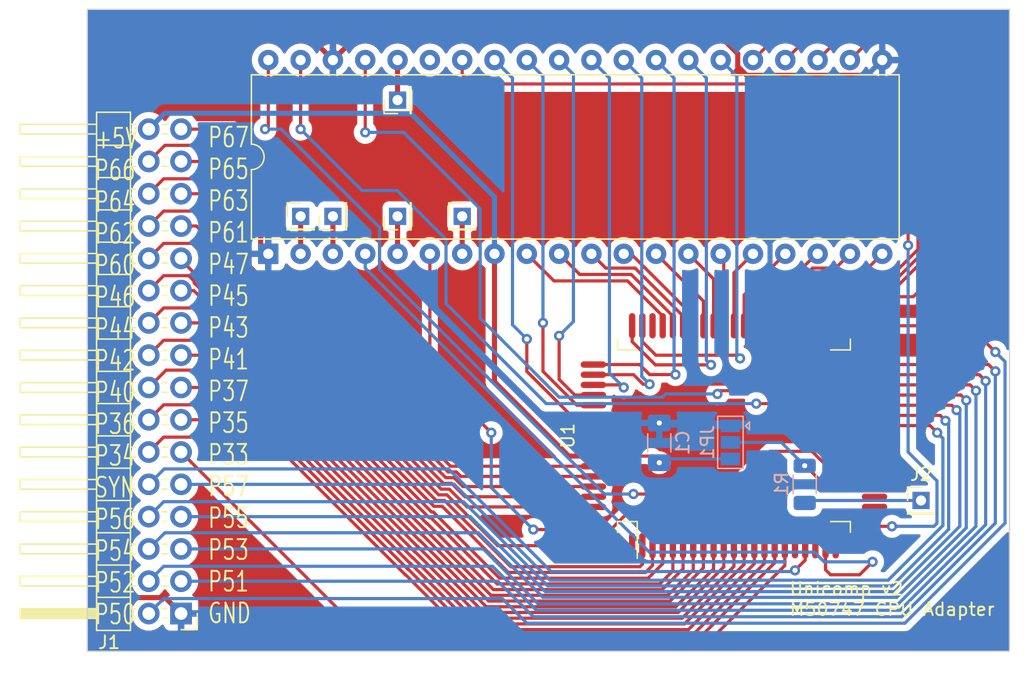
<source format=kicad_pcb>
(kicad_pcb (version 20240108) (generator "pcbnew") (generator_version "8.0")
  (layers (0 "F.Cu" signal) (31 "B.Cu" signal) (34 "B.Paste" user) (35 "F.Paste" user) (36 "B.SilkS" user "B.Silkscreen") (37 "F.SilkS" user "F.Silkscreen") (38 "B.Mask" user) (39 "F.Mask" user) (44 "Edge.Cuts" user))
  (net 0 "")
  (net 1 "+5V")
  (net 2 "GND")
  (net 3 "/P50")
  (net 4 "/P47")
  (net 5 "/P46")
  (net 6 "/~{NMI}")
  (net 7 "/~{IRQ1}")
  (net 8 "/~{RST}")
  (net 9 "/P45")
  (net 10 "/P44")
  (net 11 "/A15")
  (net 12 "/A14")
  (net 13 "/A13")
  (net 14 "/A12")
  (net 15 "/A11")
  (net 16 "/A10")
  (net 17 "/A9")
  (net 18 "/A8")
  (net 19 "/D7")
  (net 20 "/D6")
  (net 21 "/D5")
  (net 22 "/D4")
  (net 23 "/D3")
  (net 24 "/D2")
  (net 25 "/D1")
  (net 26 "/D0")
  (net 27 "/R{slash}~{W}")
  (net 28 "Net-(J6-Pin_1)")
  (net 29 "/A0")
  (net 30 "/A1")
  (net 31 "/A2")
  (net 32 "/A3")
  (net 33 "/A4")
  (net 34 "/A5")
  (net 35 "/A6")
  (net 36 "/A7")
  (net 37 "/PHI2")
  (net 38 "/CPUCLK")
  (net 39 "+5C")
  (net 40 "/P43")
  (net 41 "/P42")
  (net 42 "/P41")
  (net 43 "Net-(J3-Pin_1)")
  (net 44 "Net-(J4-Pin_1)")
  (net 45 "/~{HALT}")
  (net 46 "/BA")
  (net 47 "/P40")
  (net 48 "/P51")
  (net 49 "/P52")
  (net 50 "/P53")
  (net 51 "/P54")
  (net 52 "/P55")
  (net 53 "/P56")
  (net 54 "/P57")
  (net 55 "/P60")
  (net 56 "/P61")
  (net 57 "/P62")
  (net 58 "/P63")
  (net 59 "/P64")
  (net 60 "/P65")
  (net 61 "/P66")
  (net 62 "/P67")
  (net 63 "/SYNC")
  (net 64 "/P37")
  (net 65 "/P36")
  (net 66 "/P35")
  (net 67 "/P34")
  (net 68 "/P33")
  (net 69 "Net-(J2-Pin_1)")
  (net 70 "Net-(JP1-C)")
  (footprint "Connector_PinHeader_2.00mm:PinHeader_1x01_P2.00mm_Vertical" (layer "F.Cu") (at 183.896 40.64 90)
    (property "Reference" "J4" (hide yes))
    (property "Value" ".")
  )
  (footprint "Package_DIP:DIP-40_W15.24mm" (layer "F.Cu") (at 173.736 52.7304 90)
    (property "Reference" "U3" (hide yes))
    (property "Value" "MC6802")
  )
  (footprint "Connector_PinHeader_2.54mm:PinHeader_2x16_P2.54mm_Horizontal" (layer "F.Cu") (at 166.878 81.026 180)
    (property "Reference" "J1")
    (property "Value" "Conn_02x16_Odd_Even")
  )
  (footprint "Connector_PinHeader_2.00mm:PinHeader_1x01_P2.00mm_Vertical" (layer "F.Cu") (at 188.976 49.784)
    (property "Reference" "J7" (hide yes))
    (property "Value" ".")
  )
  (footprint "Connector_PinHeader_2.00mm:PinHeader_1x01_P2.00mm_Vertical" (layer "F.Cu") (at 183.896 49.784 90)
    (property "Reference" "J6" (hide yes))
    (property "Value" ".")
  )
  (footprint "my_own_conn:QFP-72_13.2x18_Pitch0.8mm" (layer "F.Cu") (at 210.338 67.042)
    (property "Reference" "U1")
    (property "Value" "M50747QFP")
  )
  (footprint "Connector_PinHeader_2.00mm:PinHeader_1x01_P2.00mm_Vertical" (layer "F.Cu") (at 225.044 72.136)
    (property "Reference" "J2")
    (property "Value" ".")
  )
  (footprint "Connector_PinHeader_2.00mm:PinHeader_1x01_P2.00mm_Vertical" (layer "F.Cu") (at 176.276 49.784)
    (property "Reference" "J8" (hide yes))
    (property "Value" ".")
  )
  (footprint "Connector_PinHeader_2.00mm:PinHeader_1x01_P2.00mm_Vertical" (layer "F.Cu") (at 178.816 49.784 90)
    (property "Reference" "J3" (hide yes))
    (property "Value" ".")
  )
  (footprint "Capacitor_SMD:C_1206_3216Metric_Pad1.33x1.80mm_HandSolder" (layer "B.Cu") (at 204.47 67.6025 90)
    (property "Reference" "C1")
    (property "Value" "100n" (hide yes))
  )
  (footprint "Resistor_SMD:R_1206_3216Metric" (layer "B.Cu") (at 215.9 70.866 -90)
    (property "Reference" "R1")
    (property "Value" "1k")
  )
  (footprint "Jumper:SolderJumper-3_P1.3mm_Open_Pad1.0x1.5mm" (layer "B.Cu") (at 210.058 67.564 -90)
    (property "Reference" "JP1")
    (property "Value" "Mode")
  )
  (gr_rect (start 159.5 33.5) (end 232 84) (stroke (width 0.1)) (fill none) (layer "Edge.Cuts"))
  (gr_text "+5V\nP66\nP64\nP62\nP60\nP46\nP44\nP42\nP40\nP36\nP34\nSYN\nP56\nP54\nP52\nP50" (at 160 82 0) (layer "F.SilkS") (effects (font (size 1.55 1.1)) (justify left bottom)))
  (gr_text "Unicomp v2\nM50747 CPU Adapter" (at 214.63 81.28 0) (layer "F.SilkS") (effects (font (size 1 1)) (justify left bottom)))
  (gr_text "P67\nP65\nP63\nP61\nP47\nP45\nP43\nP41\nP37\nP35\nP33\nP57\nP55\nP53\nP51\nGND\n" (at 168.91 81.915 0) (layer "F.SilkS") (effects (font (size 1.55 1.1)) (justify left bottom)))
  (segment (start 199.288 68.642) (end 203.947 68.642) (width 0.25) (layer "F.Cu") (net 1))
  (segment (start 197.352082 68.642) (end 199.288 68.642) (width 0.4) (layer "F.Cu") (net 1))
  (segment (start 191.516 52.7304) (end 191.516 62.805918) (width 0.4) (layer "F.Cu") (net 1))
  (segment (start 203.947 68.642) (end 204.47 69.165) (width 0.25) (layer "F.Cu") (net 1))
  (segment (start 191.516 62.805918) (end 197.352082 68.642) (width 0.4) (layer "F.Cu") (net 1))
  (via (at 204.47 69.165) (size 0.8) (drill 0.4) (layers "F.Cu" "B.Cu") (net 1))
  (segment (start 165.588 41.676) (end 182.821 41.676) (width 0.4) (layer "B.Cu") (net 1))
  (segment (start 182.821 41.676) (end 182.86 41.715) (width 0.4) (layer "B.Cu") (net 1))
  (segment (start 204.771 68.864) (end 204.47 69.165) (width 0.25) (layer "B.Cu") (net 1))
  (segment (start 191.516 48.26) (end 191.516 52.7304) (width 0.4) (layer "B.Cu") (net 1))
  (segment (start 164.338 42.926) (end 165.588 41.676) (width 0.4) (layer "B.Cu") (net 1))
  (segment (start 184.971 41.715) (end 191.516 48.26) (width 0.4) (layer "B.Cu") (net 1))
  (segment (start 210.058 68.864) (end 204.771 68.864) (width 0.25) (layer "B.Cu") (net 1))
  (segment (start 182.86 41.715) (end 184.971 41.715) (width 0.4) (layer "B.Cu") (net 1))
  (segment (start 207.531 62.979) (end 204.47 66.04) (width 0.25) (layer "F.Cu") (net 2))
  (segment (start 211.338943 38.6904) (end 220.796 38.6904) (width 0.4) (layer "F.Cu") (net 2))
  (segment (start 210.636 36.993343) (end 210.636 37.987457) (width 0.4) (layer "F.Cu") (net 2))
  (segment (start 218.808396 67.042) (end 214.745396 62.979) (width 0.25) (layer "F.Cu") (net 2))
  (segment (start 209.456657 35.814) (end 210.636 36.993343) (width 0.4) (layer "F.Cu") (net 2))
  (segment (start 220.796 38.6904) (end 221.996 37.4904) (width 0.4) (layer "F.Cu") (net 2))
  (segment (start 165.628 79.776) (end 166.878 81.026) (width 0.4) (layer "F.Cu") (net 2))
  (segment (start 221.388 67.042) (end 218.808396 67.042) (width 0.25) (layer "F.Cu") (net 2))
  (segment (start 173.136 48.352) (end 173.136 52.1304) (width 0.4) (layer "F.Cu") (net 2))
  (segment (start 214.745396 62.979) (end 207.531 62.979) (width 0.25) (layer "F.Cu") (net 2))
  (segment (start 180.4924 35.814) (end 209.456657 35.814) (width 0.4) (layer "F.Cu") (net 2))
  (segment (start 210.636 37.987457) (end 211.338943 38.6904) (width 0.4) (layer "F.Cu") (net 2))
  (segment (start 203.468 67.042) (end 204.47 66.04) (width 0.25) (layer "F.Cu") (net 2))
  (segment (start 160.528 42.799) (end 167.513 35.814) (width 0.4) (layer "F.Cu") (net 2))
  (segment (start 178.816 42.672) (end 173.136 48.352) (width 0.4) (layer "F.Cu") (net 2))
  (segment (start 199.288 67.042) (end 203.468 67.042) (width 0.25) (layer "F.Cu") (net 2))
  (segment (start 161.183 79.776) (end 165.628 79.776) (width 0.4) (layer "F.Cu") (net 2))
  (segment (start 178.816 37.4904) (end 180.4924 35.814) (width 0.4) (layer "F.Cu") (net 2))
  (segment (start 178.816 37.4904) (end 178.816 42.672) (width 0.4) (layer "F.Cu") (net 2))
  (segment (start 160.528 79.121) (end 161.183 79.776) (width 0.4) (layer "F.Cu") (net 2))
  (segment (start 167.513 35.814) (end 177.1396 35.814) (width 0.4) (layer "F.Cu") (net 2))
  (segment (start 160.528 79.121) (end 160.528 42.799) (width 0.4) (layer "F.Cu") (net 2))
  (segment (start 177.1396 35.814) (end 178.816 37.4904) (width 0.4) (layer "F.Cu") (net 2))
  (via (at 204.47 66.04) (size 0.8) (drill 0.4) (layers "F.Cu" "B.Cu") (net 2))
  (segment (start 213.176 65.462) (end 212.598 66.04) (width 0.4) (layer "B.Cu") (net 2))
  (segment (start 213.176 46.3104) (end 213.176 65.462) (width 0.4) (layer "B.Cu") (net 2))
  (segment (start 210.058 66.264) (end 204.694 66.264) (width 0.25) (layer "B.Cu") (net 2))
  (segment (start 221.996 37.4904) (end 213.176 46.3104) (width 0.4) (layer "B.Cu") (net 2))
  (segment (start 204.694 66.264) (end 204.47 66.04) (width 0.25) (layer "B.Cu") (net 2))
  (segment (start 212.598 66.04) (end 204.47 66.04) (width 0.4) (layer "B.Cu") (net 2))
  (segment (start 218.338 58.392) (end 228.826 58.392) (width 0.25) (layer "F.Cu") (net 3))
  (segment (start 228.826 58.392) (end 230.886 60.452) (width 0.25) (layer "F.Cu") (net 3))
  (via (at 230.886 60.452) (size 0.8) (drill 0.4) (layers "F.Cu" "B.Cu") (net 3))
  (segment (start 230.886 60.452) (end 231.648 61.214) (width 0.25) (layer "B.Cu") (net 3))
  (segment (start 192.119 79.851) (end 165.513 79.851) (width 0.25) (layer "B.Cu") (net 3))
  (segment (start 223.774 81.788) (end 194.056 81.788) (width 0.25) (layer "B.Cu") (net 3))
  (segment (start 194.056 81.788) (end 192.119 79.851) (width 0.25) (layer "B.Cu") (net 3))
  (segment (start 165.513 79.851) (end 164.338 81.026) (width 0.25) (layer "B.Cu") (net 3))
  (segment (start 231.648 61.214) (end 231.648 73.914) (width 0.25) (layer "B.Cu") (net 3))
  (segment (start 231.648 73.914) (end 223.774 81.788) (width 0.25) (layer "B.Cu") (net 3))
  (segment (start 191.910432 78.246) (end 186.706432 73.042) (width 0.25) (layer "F.Cu") (net 4))
  (segment (start 204.738 75.692) (end 204.738 77.108198) (width 0.25) (layer "F.Cu") (net 4))
  (segment (start 186.568832 73.042) (end 168.358 54.831168) (width 0.25) (layer "F.Cu") (net 4))
  (segment (start 204.738 77.108198) (end 203.600198 78.246) (width 0.25) (layer "F.Cu") (net 4))
  (segment (start 203.600198 78.246) (end 191.910432 78.246) (width 0.25) (layer "F.Cu") (net 4))
  (segment (start 168.358 54.831168) (end 168.358 54.693568) (width 0.25) (layer "F.Cu") (net 4))
  (segment (start 186.706432 73.042) (end 186.568832 73.042) (width 0.25) (layer "F.Cu") (net 4))
  (segment (start 168.358 54.693568) (end 166.878 53.213568) (width 0.25) (layer "F.Cu") (net 4))
  (segment (start 166.878 53.213568) (end 166.878 53.086) (width 0.25) (layer "F.Cu") (net 4))
  (segment (start 167.908 54.879964) (end 167.908 55.017564) (width 0.25) (layer "F.Cu") (net 5))
  (segment (start 191.724036 78.696) (end 204.514 78.696) (width 0.25) (layer "F.Cu") (net 5))
  (segment (start 167.479036 54.451) (end 167.908 54.879964) (width 0.25) (layer "F.Cu") (net 5))
  (segment (start 165.513 54.451) (end 167.479036 54.451) (width 0.25) (layer "F.Cu") (net 5))
  (segment (start 205.538 77.672) (end 205.538 75.692) (width 0.25) (layer "F.Cu") (net 5))
  (segment (start 167.908 55.017564) (end 186.382436 73.492) (width 0.25) (layer "F.Cu") (net 5))
  (segment (start 204.514 78.696) (end 205.538 77.672) (width 0.25) (layer "F.Cu") (net 5))
  (segment (start 186.520036 73.492) (end 191.724036 78.696) (width 0.25) (layer "F.Cu") (net 5))
  (segment (start 186.382436 73.492) (end 186.520036 73.492) (width 0.25) (layer "F.Cu") (net 5))
  (segment (start 164.338 55.626) (end 165.513 54.451) (width 0.25) (layer "F.Cu") (net 5))
  (segment (start 186.436 61.976) (end 186.436 52.7304) (width 0.25) (layer "F.Cu") (net 6))
  (segment (start 213.107173 72.898) (end 202.184 72.898) (width 0.25) (layer "F.Cu") (net 6))
  (segment (start 215.138 74.928827) (end 213.107173 72.898) (width 0.25) (layer "F.Cu") (net 6))
  (segment (start 202.184 72.898) (end 200.66 74.422) (width 0.25) (layer "F.Cu") (net 6))
  (segment (start 200.66 74.422) (end 194.564 74.422) (width 0.25) (layer "F.Cu") (net 6))
  (segment (start 215.138 75.692) (end 215.138 74.928827) (width 0.25) (layer "F.Cu") (net 6))
  (segment (start 191.262 66.802) (end 186.436 61.976) (width 0.25) (layer "F.Cu") (net 6))
  (via (at 194.564 74.422) (size 0.8) (drill 0.4) (layers "F.Cu" "B.Cu") (net 6))
  (via (at 191.262 66.802) (size 0.8) (drill 0.4) (layers "F.Cu" "B.Cu") (net 6))
  (segment (start 194.564 74.422) (end 191.262 71.12) (width 0.25) (layer "B.Cu") (net 6))
  (segment (start 191.262 71.12) (end 191.262 66.802) (width 0.25) (layer "B.Cu") (net 6))
  (segment (start 217.538 77.584) (end 217.932 77.978) (width 0.25) (layer "F.Cu") (net 7))
  (segment (start 217.932 77.978) (end 220.218 77.978) (width 0.25) (layer "F.Cu") (net 7))
  (segment (start 217.538 75.692) (end 217.538 77.584) (width 0.25) (layer "F.Cu") (net 7))
  (segment (start 220.218 77.978) (end 221.234 76.962) (width 0.25) (layer "F.Cu") (net 7))
  (via (at 221.234 76.962) (size 0.8) (drill 0.4) (layers "F.Cu" "B.Cu") (net 7))
  (segment (start 217.424 76.962) (end 216.662 76.2) (width 0.25) (layer "B.Cu") (net 7))
  (segment (start 203.69423 76.2) (end 181.356 53.86177) (width 0.25) (layer "B.Cu") (net 7))
  (segment (start 216.662 76.2) (end 203.69423 76.2) (width 0.25) (layer "B.Cu") (net 7))
  (segment (start 221.234 76.962) (end 217.424 76.962) (width 0.25) (layer "B.Cu") (net 7))
  (segment (start 181.356 53.86177) (end 181.356 52.7304) (width 0.25) (layer "B.Cu") (net 7))
  (segment (start 213.164 68.268) (end 209.804 71.628) (width 0.25) (layer "F.Cu") (net 8))
  (segment (start 221.388 70.242) (end 218.449604 70.242) (width 0.25) (layer "F.Cu") (net 8))
  (segment (start 209.804 71.628) (end 202.438 71.628) (width 0.25) (layer "F.Cu") (net 8))
  (segment (start 218.449604 70.242) (end 216.475604 68.268) (width 0.25) (layer "F.Cu") (net 8))
  (segment (start 173.482 42.926) (end 173.736 42.672) (width 0.25) (layer "F.Cu") (net 8))
  (segment (start 173.736 42.672) (end 173.736 37.4904) (width 0.25) (layer "F.Cu") (net 8))
  (segment (start 216.475604 68.268) (end 213.164 68.268) (width 0.25) (layer "F.Cu") (net 8))
  (via (at 173.482 42.926) (size 0.8) (drill 0.4) (layers "F.Cu" "B.Cu") (net 8))
  (via (at 202.438 71.628) (size 0.8) (drill 0.4) (layers "F.Cu" "B.Cu") (net 8))
  (segment (start 202.438 71.628) (end 200.152 71.628) (width 0.25) (layer "B.Cu") (net 8))
  (segment (start 182.481 53.957) (end 182.481 50.655) (width 0.25) (layer "B.Cu") (net 8))
  (segment (start 200.152 71.628) (end 182.481 53.957) (width 0.25) (layer "B.Cu") (net 8))
  (segment (start 174.752 42.926) (end 173.482 42.926) (width 0.25) (layer "B.Cu") (net 8))
  (segment (start 182.481 50.655) (end 174.752 42.926) (width 0.25) (layer "B.Cu") (net 8))
  (segment (start 191.42796 79.146) (end 204.700396 79.146) (width 0.25) (layer "F.Cu") (net 9))
  (segment (start 204.700396 79.146) (end 206.338 77.508396) (width 0.25) (layer "F.Cu") (net 9))
  (segment (start 186.19604 73.942) (end 186.22396 73.942) (width 0.25) (layer "F.Cu") (net 9))
  (segment (start 167.88004 55.626) (end 186.19604 73.942) (width 0.25) (layer "F.Cu") (net 9))
  (segment (start 166.878 55.626) (end 167.88004 55.626) (width 0.25) (layer "F.Cu") (net 9))
  (segment (start 186.22396 73.942) (end 191.42796 79.146) (width 0.25) (layer "F.Cu") (net 9))
  (segment (start 206.338 77.508396) (end 206.338 75.692) (width 0.25) (layer "F.Cu") (net 9))
  (segment (start 165.513 56.991) (end 168.608644 56.991) (width 0.25) (layer "F.Cu") (net 10))
  (segment (start 205.138 79.596) (end 207.138 77.596) (width 0.25) (layer "F.Cu") (net 10))
  (segment (start 168.608644 56.991) (end 186.009644 74.392) (width 0.25) (layer "F.Cu") (net 10))
  (segment (start 164.338 58.166) (end 165.513 56.991) (width 0.25) (layer "F.Cu") (net 10))
  (segment (start 186.009644 74.392) (end 186.037564 74.392) (width 0.25) (layer "F.Cu") (net 10))
  (segment (start 186.037564 74.392) (end 191.241564 79.596) (width 0.25) (layer "F.Cu") (net 10))
  (segment (start 207.138 77.596) (end 207.138 75.692) (width 0.25) (layer "F.Cu") (net 10))
  (segment (start 191.241564 79.596) (end 205.138 79.596) (width 0.25) (layer "F.Cu") (net 10))
  (segment (start 224.438996 56.1054) (end 227.214 53.330396) (width 0.25) (layer "F.Cu") (net 11))
  (segment (start 227.214 38.360812) (end 223.571188 34.718) (width 0.25) (layer "F.Cu") (net 11))
  (segment (start 216.738 57.074) (end 217.7066 56.1054) (width 0.25) (layer "F.Cu") (net 11))
  (segment (start 216.738 58.392) (end 216.738 57.074) (width 0.25) (layer "F.Cu") (net 11))
  (segment (start 227.214 53.330396) (end 227.214 38.360812) (width 0.25) (layer "F.Cu") (net 11))
  (segment (start 223.571188 34.718) (end 214.6084 34.718) (width 0.25) (layer "F.Cu") (net 11))
  (segment (start 217.7066 56.1054) (end 224.438996 56.1054) (width 0.25) (layer "F.Cu") (net 11))
  (segment (start 214.6084 34.718) (end 211.836 37.4904) (width 0.25) (layer "F.Cu") (net 11))
  (segment (start 217.520204 55.6554) (end 215.938 57.237604) (width 0.25) (layer "F.Cu") (net 12))
  (segment (start 225.703 37.486208) (end 225.703 52.763808) (width 0.25) (layer "F.Cu") (net 12))
  (segment (start 214.376 37.4904) (end 216.6984 35.168) (width 0.25) (layer "F.Cu") (net 12))
  (segment (start 222.811408 55.6554) (end 217.520204 55.6554) (width 0.25) (layer "F.Cu") (net 12))
  (segment (start 215.938 57.237604) (end 215.938 58.392) (width 0.25) (layer "F.Cu") (net 12))
  (segment (start 223.384792 35.168) (end 225.703 37.486208) (width 0.25) (layer "F.Cu") (net 12))
  (segment (start 225.703 52.763808) (end 222.811408 55.6554) (width 0.25) (layer "F.Cu") (net 12))
  (segment (start 216.6984 35.168) (end 223.384792 35.168) (width 0.25) (layer "F.Cu") (net 12))
  (segment (start 225.253 52.577412) (end 225.253 37.672604) (width 0.25) (layer "F.Cu") (net 13))
  (segment (start 215.138 57.401208) (end 217.333808 55.2054) (width 0.25) (layer "F.Cu") (net 13))
  (segment (start 215.138 58.392) (end 215.138 57.401208) (width 0.25) (layer "F.Cu") (net 13))
  (segment (start 217.333808 55.2054) (end 222.625012 55.2054) (width 0.25) (layer "F.Cu") (net 13))
  (segment (start 225.253 37.672604) (end 223.198396 35.618) (width 0.25) (layer "F.Cu") (net 13))
  (segment (start 222.625012 55.2054) (end 225.253 52.577412) (width 0.25) (layer "F.Cu") (net 13))
  (segment (start 218.7884 35.618) (end 216.916 37.4904) (width 0.25) (layer "F.Cu") (net 13))
  (segment (start 223.198396 35.618) (end 218.7884 35.618) (width 0.25) (layer "F.Cu") (net 13))
  (segment (start 224.803 37.859) (end 224.803 52.391016) (width 0.25) (layer "F.Cu") (net 14))
  (segment (start 222.438616 54.7554) (end 217.0246 54.7554) (width 0.25) (layer "F.Cu") (net 14))
  (segment (start 217.0246 54.7554) (end 214.338 57.442) (width 0.25) (layer "F.Cu") (net 14))
  (segment (start 224.803 52.391016) (end 222.438616 54.7554) (width 0.25) (layer "F.Cu") (net 14))
  (segment (start 214.338 57.442) (end 214.338 58.392) (width 0.25) (layer "F.Cu") (net 14))
  (segment (start 219.456 37.4904) (end 220.8784 36.068) (width 0.25) (layer "F.Cu") (net 14))
  (segment (start 223.012 36.068) (end 224.803 37.859) (width 0.25) (layer "F.Cu") (net 14))
  (segment (start 220.8784 36.068) (end 223.012 36.068) (width 0.25) (layer "F.Cu") (net 14))
  (segment (start 213.538 57.605604) (end 216.838204 54.3054) (width 0.25) (layer "F.Cu") (net 15))
  (segment (start 216.838204 54.3054) (end 220.421 54.3054) (width 0.25) (layer "F.Cu") (net 15))
  (segment (start 213.538 58.392) (end 213.538 57.605604) (width 0.25) (layer "F.Cu") (net 15))
  (segment (start 220.421 54.3054) (end 221.996 52.7304) (width 0.25) (layer "F.Cu") (net 15))
  (segment (start 216.511427 53.8554) (end 218.331 53.8554) (width 0.25) (layer "F.Cu") (net 16))
  (segment (start 212.738 58.392) (end 212.738 57.628827) (width 0.25) (layer "F.Cu") (net 16))
  (segment (start 212.738 57.628827) (end 216.511427 53.8554) (width 0.25) (layer "F.Cu") (net 16))
  (segment (start 218.331 53.8554) (end 219.456 52.7304) (width 0.25) (layer "F.Cu") (net 16))
  (segment (start 216.836427 52.7304) (end 216.916 52.7304) (width 0.25) (layer "F.Cu") (net 17))
  (segment (start 211.938 58.392) (end 211.938 57.628827) (width 0.25) (layer "F.Cu") (net 17))
  (segment (start 211.938 57.628827) (end 216.836427 52.7304) (width 0.25) (layer "F.Cu") (net 17))
  (segment (start 211.138 55.9684) (end 214.376 52.7304) (width 0.25) (layer "F.Cu") (net 18))
  (segment (start 211.138 58.392) (end 211.138 55.9684) (width 0.25) (layer "F.Cu") (net 18))
  (segment (start 210.566 60.706) (end 210.82 60.96) (width 0.25) (layer "F.Cu") (net 19))
  (segment (start 203.138 58.392) (end 203.138 59.642) (width 0.25) (layer "F.Cu") (net 19))
  (segment (start 203.138 59.642) (end 204.202 60.706) (width 0.25) (layer "F.Cu") (net 19))
  (segment (start 204.202 60.706) (end 210.566 60.706) (width 0.25) (layer "F.Cu") (net 19))
  (via (at 210.82 60.96) (size 0.8) (drill 0.4) (layers "F.Cu" "B.Cu") (net 19))
  (segment (start 210.566 38.7604) (end 210.566 60.706) (width 0.25) (layer "B.Cu") (net 19))
  (segment (start 209.296 37.4904) (end 210.566 38.7604) (width 0.25) (layer "B.Cu") (net 19))
  (segment (start 210.566 60.706) (end 210.82 60.96) (width 0.25) (layer "B.Cu") (net 19))
  (segment (start 202.338 59.642) (end 204.164 61.468) (width 0.25) (layer "F.Cu") (net 20))
  (segment (start 202.338 58.392) (end 202.338 59.642) (width 0.25) (layer "F.Cu") (net 20))
  (segment (start 204.164 61.468) (end 208.534 61.468) (width 0.25) (layer "F.Cu") (net 20))
  (via (at 208.534 61.468) (size 0.8) (drill 0.4) (layers "F.Cu" "B.Cu") (net 20))
  (segment (start 208.534 61.468) (end 208.171 61.105) (width 0.25) (layer "B.Cu") (net 20))
  (segment (start 208.171 38.9054) (end 206.756 37.4904) (width 0.25) (layer "B.Cu") (net 20))
  (segment (start 208.171 61.105) (end 208.171 38.9054) (width 0.25) (layer "B.Cu") (net 20))
  (segment (start 199.288 61.442) (end 202.92 61.442) (width 0.25) (layer "F.Cu") (net 21))
  (segment (start 203.708 62.23) (end 205.74 62.23) (width 0.25) (layer "F.Cu") (net 21))
  (segment (start 202.92 61.442) (end 203.708 62.23) (width 0.25) (layer "F.Cu") (net 21))
  (via (at 205.74 62.23) (size 0.8) (drill 0.4) (layers "F.Cu" "B.Cu") (net 21))
  (segment (start 205.631 38.9054) (end 204.216 37.4904) (width 0.25) (layer "B.Cu") (net 21))
  (segment (start 205.631 62.121) (end 205.631 38.9054) (width 0.25) (layer "B.Cu") (net 21))
  (segment (start 205.74 62.23) (end 205.631 62.121) (width 0.25) (layer "B.Cu") (net 21))
  (segment (start 199.288 62.242) (end 202.45 62.242) (width 0.25) (layer "F.Cu") (net 22))
  (segment (start 202.45 62.242) (end 203.2 62.992) (width 0.25) (layer "F.Cu") (net 22))
  (segment (start 203.2 62.992) (end 203.708 62.992) (width 0.25) (layer "F.Cu") (net 22))
  (via (at 203.708 62.992) (size 0.8) (drill 0.4) (layers "F.Cu" "B.Cu") (net 22))
  (segment (start 203.091 38.9054) (end 201.676 37.4904) (width 0.25) (layer "B.Cu") (net 22))
  (segment (start 203.091 62.375) (end 203.091 38.9054) (width 0.25) (layer "B.Cu") (net 22))
  (segment (start 203.708 62.992) (end 203.091 62.375) (width 0.25) (layer "B.Cu") (net 22))
  (segment (start 201.472 63.042) (end 201.676 63.246) (width 0.25) (layer "F.Cu") (net 23))
  (segment (start 199.288 63.042) (end 201.472 63.042) (width 0.25) (layer "F.Cu") (net 23))
  (via (at 201.676 63.246) (size 0.8) (drill 0.4) (layers "F.Cu" "B.Cu") (net 23))
  (segment (start 200.551 38.9054) (end 199.136 37.4904) (width 0.25) (layer "B.Cu") (net 23))
  (segment (start 200.551 62.121) (end 200.551 38.9054) (width 0.25) (layer "B.Cu") (net 23))
  (segment (start 201.676 63.246) (end 200.551 62.121) (width 0.25) (layer "B.Cu") (net 23))
  (segment (start 196.596 62.609604) (end 196.596 59.182) (width 0.25) (layer "F.Cu") (net 24))
  (segment (start 197.828396 63.842) (end 196.596 62.609604) (width 0.25) (layer "F.Cu") (net 24))
  (segment (start 199.288 63.842) (end 197.828396 63.842) (width 0.25) (layer "F.Cu") (net 24))
  (via (at 196.596 59.182) (size 0.8) (drill 0.4) (layers "F.Cu" "B.Cu") (net 24))
  (segment (start 196.596 59.182) (end 197.721 58.057) (width 0.25) (layer "B.Cu") (net 24))
  (segment (start 197.721 38.6154) (end 196.596 37.4904) (width 0.25) (layer "B.Cu") (net 24))
  (segment (start 197.721 58.057) (end 197.721 38.6154) (width 0.25) (layer "B.Cu") (net 24))
  (segment (start 199.288 64.642) (end 197.992 64.642) (width 0.25) (layer "F.Cu") (net 25))
  (segment (start 195.326 61.976) (end 195.326 58.166) (width 0.25) (layer "F.Cu") (net 25))
  (segment (start 197.992 64.642) (end 195.326 61.976) (width 0.25) (layer "F.Cu") (net 25))
  (via (at 195.326 58.166) (size 0.8) (drill 0.4) (layers "F.Cu" "B.Cu") (net 25))
  (segment (start 195.326 58.166) (end 195.326 38.7604) (width 0.25) (layer "B.Cu") (net 25))
  (segment (start 195.326 38.7604) (end 194.056 37.4904) (width 0.25) (layer "B.Cu") (net 25))
  (segment (start 197.522 65.442) (end 194.056 61.976) (width 0.25) (layer "F.Cu") (net 26))
  (segment (start 199.288 65.442) (end 197.522 65.442) (width 0.25) (layer "F.Cu") (net 26))
  (segment (start 194.056 61.976) (end 194.056 59.436) (width 0.25) (layer "F.Cu") (net 26))
  (via (at 194.056 59.436) (size 0.8) (drill 0.4) (layers "F.Cu" "B.Cu") (net 26))
  (segment (start 194.056 59.436) (end 192.931 58.311) (width 0.25) (layer "B.Cu") (net 26))
  (segment (start 192.931 58.311) (end 192.931 38.9054) (width 0.25) (layer "B.Cu") (net 26))
  (segment (start 192.931 38.9054) (end 191.516 37.4904) (width 0.25) (layer "B.Cu") (net 26))
  (segment (start 216.738 74.346) (end 216.91602 74.16798) (width 0.25) (layer "F.Cu") (net 27))
  (segment (start 216.738 75.692) (end 216.738 74.346) (width 0.25) (layer "F.Cu") (net 27))
  (segment (start 216.91602 74.16798) (end 222.758 74.16798) (width 0.25) (layer "F.Cu") (net 27))
  (segment (start 189.738 39.37) (end 221.996 39.37) (width 0.25) (layer "F.Cu") (net 27))
  (segment (start 224.028 41.402) (end 224.028 52.07) (width 0.25) (layer "F.Cu") (net 27))
  (segment (start 188.976 38.608) (end 189.738 39.37) (width 0.25) (layer "F.Cu") (net 27))
  (segment (start 221.996 39.37) (end 224.028 41.402) (width 0.25) (layer "F.Cu") (net 27))
  (segment (start 188.976 37.4904) (end 188.976 38.608) (width 0.25) (layer "F.Cu") (net 27))
  (via (at 222.758 74.16798) (size 0.8) (drill 0.4) (layers "F.Cu" "B.Cu") (net 27))
  (via (at 224.028 52.07) (size 0.8) (drill 0.4) (layers "F.Cu" "B.Cu") (net 27))
  (segment (start 224.028 52.07) (end 224.028 68.326) (width 0.25) (layer "B.Cu") (net 27))
  (segment (start 226.298 70.596) (end 226.298 73.93) (width 0.25) (layer "B.Cu") (net 27))
  (segment (start 224.028 68.326) (end 226.298 70.596) (width 0.25) (layer "B.Cu") (net 27))
  (segment (start 226.298 73.93) (end 226.06002 74.16798) (width 0.25) (layer "B.Cu") (net 27))
  (segment (start 226.06002 74.16798) (end 222.758 74.16798) (width 0.25) (layer "B.Cu") (net 27))
  (segment (start 183.896 52.7304) (end 183.896 49.784) (width 0.4) (layer "F.Cu") (net 28))
  (segment (start 201.973173 54.864) (end 196.1896 54.864) (width 0.25) (layer "F.Cu") (net 29))
  (segment (start 196.1896 54.864) (end 194.056 52.7304) (width 0.25) (layer "F.Cu") (net 29))
  (segment (start 204.738 57.628827) (end 201.973173 54.864) (width 0.25) (layer "F.Cu") (net 29))
  (segment (start 204.738 58.392) (end 204.738 57.628827) (width 0.25) (layer "F.Cu") (net 29))
  (segment (start 202.265173 54.356) (end 198.2216 54.356) (width 0.25) (layer "F.Cu") (net 30))
  (segment (start 205.538 58.392) (end 205.538 57.628827) (width 0.25) (layer "F.Cu") (net 30))
  (segment (start 198.2216 54.356) (end 196.596 52.7304) (width 0.25) (layer "F.Cu") (net 30))
  (segment (start 205.538 57.628827) (end 202.265173 54.356) (width 0.25) (layer "F.Cu") (net 30))
  (segment (start 200.261 53.8554) (end 199.136 52.7304) (width 0.25) (layer "F.Cu") (net 31))
  (segment (start 206.338 57.628827) (end 202.564573 53.8554) (width 0.25) (layer "F.Cu") (net 31))
  (segment (start 202.564573 53.8554) (end 200.261 53.8554) (width 0.25) (layer "F.Cu") (net 31))
  (segment (start 206.338 58.392) (end 206.338 57.628827) (width 0.25) (layer "F.Cu") (net 31))
  (segment (start 202.239573 52.7304) (end 201.676 52.7304) (width 0.25) (layer "F.Cu") (net 32))
  (segment (start 207.138 57.628827) (end 202.239573 52.7304) (width 0.25) (layer "F.Cu") (net 32))
  (segment (start 207.138 58.392) (end 207.138 57.628827) (width 0.25) (layer "F.Cu") (net 32))
  (segment (start 207.938 58.392) (end 207.938 56.4524) (width 0.25) (layer "F.Cu") (net 33))
  (segment (start 207.938 56.4524) (end 204.216 52.7304) (width 0.25) (layer "F.Cu") (net 33))
  (segment (start 208.738 58.392) (end 208.738 54.7124) (width 0.25) (layer "F.Cu") (net 34))
  (segment (start 208.738 54.7124) (end 206.756 52.7304) (width 0.25) (layer "F.Cu") (net 34))
  (segment (start 209.538 58.392) (end 209.538 52.9724) (width 0.25) (layer "F.Cu") (net 35))
  (segment (start 209.538 52.9724) (end 209.296 52.7304) (width 0.25) (layer "F.Cu") (net 35))
  (segment (start 210.338 58.392) (end 210.338 54.2284) (width 0.25) (layer "F.Cu") (net 36))
  (segment (start 210.338 54.2284) (end 211.836 52.7304) (width 0.25) (layer "F.Cu") (net 36))
  (segment (start 221.364 67.818) (end 218.948 67.818) (width 0.25) (layer "F.Cu") (net 37))
  (segment (start 181.356 43.18) (end 181.356 37.4904) (width 0.25) (layer "F.Cu") (net 37))
  (segment (start 218.948 67.818) (end 214.63 63.5) (width 0.25) (layer "F.Cu") (net 37))
  (segment (start 209.296 63.5) (end 209.042 63.754) (width 0.25) (layer "F.Cu") (net 37))
  (segment (start 214.63 63.5) (end 209.296 63.5) (width 0.25) (layer "F.Cu") (net 37))
  (segment (start 221.388 67.842) (end 221.364 67.818) (width 0.25) (layer "F.Cu") (net 37))
  (via (at 209.042 63.754) (size 0.8) (drill 0.4) (layers "F.Cu" "B.Cu") (net 37))
  (via (at 181.356 43.18) (size 0.8) (drill 0.4) (layers "F.Cu" "B.Cu") (net 37))
  (segment (start 190.391 57.803) (end 190.391 49.199) (width 0.25) (layer "B.Cu") (net 37))
  (segment (start 204.978 63.754) (end 204.724 64.008) (width 0.25) (layer "B.Cu") (net 37))
  (segment (start 204.724 64.008) (end 196.596 64.008) (width 0.25) (layer "B.Cu") (net 37))
  (segment (start 196.596 64.008) (end 190.391 57.803) (width 0.25) (layer "B.Cu") (net 37))
  (segment (start 184.372 43.18) (end 181.356 43.18) (width 0.25) (layer "B.Cu") (net 37))
  (segment (start 190.391 49.199) (end 184.372 43.18) (width 0.25) (layer "B.Cu") (net 37))
  (segment (start 209.042 63.754) (end 204.978 63.754) (width 0.25) (layer "B.Cu") (net 37))
  (segment (start 212.09 64.516) (end 213.614 64.516) (width 0.25) (layer "F.Cu") (net 38))
  (segment (start 176.276 37.4904) (end 176.276 42.926) (width 0.25) (layer "F.Cu") (net 38))
  (segment (start 218.54 69.442) (end 221.388 69.442) (width 0.25) (layer "F.Cu") (net 38))
  (segment (start 213.614 64.516) (end 218.54 69.442) (width 0.25) (layer "F.Cu") (net 38))
  (via (at 176.276 42.926) (size 0.8) (drill 0.4) (layers "F.Cu" "B.Cu") (net 38))
  (via (at 212.09 64.516) (size 0.8) (drill 0.4) (layers "F.Cu" "B.Cu") (net 38))
  (segment (start 187.706 51.594) (end 187.706 56.642) (width 0.25) (layer "B.Cu") (net 38))
  (segment (start 195.58 64.516) (end 212.09 64.516) (width 0.25) (layer "B.Cu") (net 38))
  (segment (start 181.102 47.752) (end 183.864 47.752) (width 0.25) (layer "B.Cu") (net 38))
  (segment (start 187.706 56.642) (end 195.58 64.516) (width 0.25) (layer "B.Cu") (net 38))
  (segment (start 176.276 42.926) (end 181.102 47.752) (width 0.25) (layer "B.Cu") (net 38))
  (segment (start 183.864 47.752) (end 187.706 51.594) (width 0.25) (layer "B.Cu") (net 38))
  (segment (start 185.851168 74.842) (end 191.055168 80.046) (width 0.25) (layer "F.Cu") (net 40))
  (segment (start 191.055168 80.046) (end 205.324396 80.046) (width 0.25) (layer "F.Cu") (net 40))
  (segment (start 185.823248 74.842) (end 185.851168 74.842) (width 0.25) (layer "F.Cu") (net 40))
  (segment (start 169.147248 58.166) (end 185.823248 74.842) (width 0.25) (layer "F.Cu") (net 40))
  (segment (start 205.324396 80.046) (end 207.938 77.432396) (width 0.25) (layer "F.Cu") (net 40))
  (segment (start 207.938 77.432396) (end 207.938 75.692) (width 0.25) (layer "F.Cu") (net 40))
  (segment (start 166.878 58.166) (end 169.147248 58.166) (width 0.25) (layer "F.Cu") (net 40))
  (segment (start 164.338 60.706) (end 165.513 59.531) (width 0.25) (layer "F.Cu") (net 41))
  (segment (start 190.868772 80.496) (end 205.762 80.496) (width 0.25) (layer "F.Cu") (net 41))
  (segment (start 185.636852 75.292) (end 185.664772 75.292) (width 0.25) (layer "F.Cu") (net 41))
  (segment (start 185.664772 75.292) (end 190.868772 80.496) (width 0.25) (layer "F.Cu") (net 41))
  (segment (start 165.513 59.531) (end 169.875852 59.531) (width 0.25) (layer "F.Cu") (net 41))
  (segment (start 205.762 80.496) (end 208.738 77.52) (width 0.25) (layer "F.Cu") (net 41))
  (segment (start 208.738 77.52) (end 208.738 75.692) (width 0.25) (layer "F.Cu") (net 41))
  (segment (start 169.875852 59.531) (end 185.636852 75.292) (width 0.25) (layer "F.Cu") (net 41))
  (segment (start 209.538 77.356396) (end 209.538 75.692) (width 0.25) (layer "F.Cu") (net 42))
  (segment (start 170.414456 60.706) (end 185.450456 75.742) (width 0.25) (layer "F.Cu") (net 42))
  (segment (start 190.682376 80.946) (end 205.948396 80.946) (width 0.25) (layer "F.Cu") (net 42))
  (segment (start 185.450456 75.742) (end 185.478376 75.742) (width 0.25) (layer "F.Cu") (net 42))
  (segment (start 185.478376 75.742) (end 190.682376 80.946) (width 0.25) (layer "F.Cu") (net 42))
  (segment (start 166.878 60.706) (end 170.414456 60.706) (width 0.25) (layer "F.Cu") (net 42))
  (segment (start 205.948396 80.946) (end 209.538 77.356396) (width 0.25) (layer "F.Cu") (net 42))
  (segment (start 178.816 52.7304) (end 178.816 49.784) (width 0.4) (layer "F.Cu") (net 43))
  (segment (start 183.896 37.4904) (end 183.896 40.64) (width 0.4) (layer "F.Cu") (net 44))
  (segment (start 176.276 52.7304) (end 176.276 49.784) (width 0.4) (layer "F.Cu") (net 45))
  (segment (start 188.976 52.7304) (end 188.976 49.784) (width 0.4) (layer "F.Cu") (net 46))
  (segment (start 206.260396 81.396) (end 210.338 77.318396) (width 0.25) (layer "F.Cu") (net 47))
  (segment (start 185.29198 76.192) (end 190.49598 81.396) (width 0.25) (layer "F.Cu") (net 47))
  (segment (start 164.338 63.246) (end 165.703 61.881) (width 0.25) (layer "F.Cu") (net 47))
  (segment (start 170.95306 61.881) (end 185.26406 76.192) (width 0.25) (layer "F.Cu") (net 47))
  (segment (start 190.49598 81.396) (end 206.260396 81.396) (width 0.25) (layer "F.Cu") (net 47))
  (segment (start 165.703 61.881) (end 170.95306 61.881) (width 0.25) (layer "F.Cu") (net 47))
  (segment (start 210.338 77.318396) (end 210.338 75.692) (width 0.25) (layer "F.Cu") (net 47))
  (segment (start 185.26406 76.192) (end 185.29198 76.192) (width 0.25) (layer "F.Cu") (net 47))
  (segment (start 230.886 61.976) (end 230.352 61.442) (width 0.25) (layer "F.Cu") (net 48))
  (segment (start 230.352 61.442) (end 221.388 61.442) (width 0.25) (layer "F.Cu") (net 48))
  (via (at 230.886 61.976) (size 0.8) (drill 0.4) (layers "F.Cu" "B.Cu") (net 48))
  (segment (start 223.52 81.28) (end 230.886 73.914) (width 0.25) (layer "B.Cu") (net 48))
  (segment (start 194.564 81.28) (end 223.52 81.28) (width 0.25) (layer "B.Cu") (net 48))
  (segment (start 191.77 78.486) (end 194.564 81.28) (width 0.25) (layer "B.Cu") (net 48))
  (segment (start 230.886 73.914) (end 230.886 61.976) (width 0.25) (layer "B.Cu") (net 48))
  (segment (start 166.878 78.486) (end 191.77 78.486) (width 0.25) (layer "B.Cu") (net 48))
  (segment (start 221.388 62.242) (end 229.628 62.242) (width 0.25) (layer "F.Cu") (net 49))
  (segment (start 229.628 62.242) (end 230.124 62.738) (width 0.25) (layer "F.Cu") (net 49))
  (via (at 230.124 62.738) (size 0.8) (drill 0.4) (layers "F.Cu" "B.Cu") (net 49))
  (segment (start 165.513 77.311) (end 164.338 78.486) (width 0.25) (layer "B.Cu") (net 49))
  (segment (start 223.391604 80.772) (end 194.818 80.772) (width 0.25) (layer "B.Cu") (net 49))
  (segment (start 191.357 77.311) (end 165.513 77.311) (width 0.25) (layer "B.Cu") (net 49))
  (segment (start 230.124 74.039604) (end 223.391604 80.772) (width 0.25) (layer "B.Cu") (net 49))
  (segment (start 194.818 80.772) (end 191.357 77.311) (width 0.25) (layer "B.Cu") (net 49))
  (segment (start 230.124 62.738) (end 230.124 74.039604) (width 0.25) (layer "B.Cu") (net 49))
  (segment (start 221.388 63.042) (end 228.904 63.042) (width 0.25) (layer "F.Cu") (net 50))
  (segment (start 228.904 63.042) (end 229.362 63.5) (width 0.25) (layer "F.Cu") (net 50))
  (via (at 229.362 63.5) (size 0.8) (drill 0.4) (layers "F.Cu" "B.Cu") (net 50))
  (segment (start 223.263208 80.264) (end 229.362 74.165208) (width 0.25) (layer "B.Cu") (net 50))
  (segment (start 194.946396 80.264) (end 223.263208 80.264) (width 0.25) (layer "B.Cu") (net 50))
  (segment (start 190.628396 75.946) (end 194.946396 80.264) (width 0.25) (layer "B.Cu") (net 50))
  (segment (start 229.362 74.165208) (end 229.362 63.5) (width 0.25) (layer "B.Cu") (net 50))
  (segment (start 166.878 75.946) (end 190.628396 75.946) (width 0.25) (layer "B.Cu") (net 50))
  (segment (start 221.388 63.842) (end 228.18 63.842) (width 0.25) (layer "F.Cu") (net 51))
  (segment (start 228.18 63.842) (end 228.6 64.262) (width 0.25) (layer "F.Cu") (net 51))
  (via (at 228.6 64.262) (size 0.8) (drill 0.4) (layers "F.Cu" "B.Cu") (net 51))
  (segment (start 190.246 74.676) (end 195.326 79.756) (width 0.25) (layer "B.Cu") (net 51))
  (segment (start 164.338 75.946) (end 165.608 74.676) (width 0.25) (layer "B.Cu") (net 51))
  (segment (start 165.608 74.676) (end 190.246 74.676) (width 0.25) (layer "B.Cu") (net 51))
  (segment (start 195.326 79.756) (end 223.134812 79.756) (width 0.25) (layer "B.Cu") (net 51))
  (segment (start 223.134812 79.756) (end 228.6 74.290812) (width 0.25) (layer "B.Cu") (net 51))
  (segment (start 228.6 74.290812) (end 228.6 64.262) (width 0.25) (layer "B.Cu") (net 51))
  (segment (start 221.388 64.642) (end 227.456 64.642) (width 0.25) (layer "F.Cu") (net 52))
  (segment (start 227.456 64.642) (end 227.838 65.024) (width 0.25) (layer "F.Cu") (net 52))
  (via (at 227.838 65.024) (size 0.8) (drill 0.4) (layers "F.Cu" "B.Cu") (net 52))
  (segment (start 228.092 65.278) (end 227.838 65.024) (width 0.25) (layer "B.Cu") (net 52))
  (segment (start 195.512396 79.306) (end 222.948416 79.306) (width 0.25) (layer "B.Cu") (net 52))
  (segment (start 189.612396 73.406) (end 195.512396 79.306) (width 0.25) (layer "B.Cu") (net 52))
  (segment (start 222.948416 79.306) (end 228.092 74.162416) (width 0.25) (layer "B.Cu") (net 52))
  (segment (start 228.092 74.162416) (end 228.092 65.278) (width 0.25) (layer "B.Cu") (net 52))
  (segment (start 166.878 73.406) (end 189.612396 73.406) (width 0.25) (layer "B.Cu") (net 52))
  (segment (start 221.388 65.442) (end 226.545911 65.442) (width 0.25) (layer "F.Cu") (net 53))
  (segment (start 226.545911 65.442) (end 226.964342 65.860431) (width 0.25) (layer "F.Cu") (net 53))
  (via (at 226.964342 65.860431) (size 0.8) (drill 0.4) (layers "F.Cu" "B.Cu") (net 53))
  (segment (start 227.214 66.110089) (end 226.964342 65.860431) (width 0.25) (layer "B.Cu") (net 53))
  (segment (start 195.698792 78.856) (end 222.76202 78.856) (width 0.25) (layer "B.Cu") (net 53))
  (segment (start 165.513 72.231) (end 189.073792 72.231) (width 0.25) (layer "B.Cu") (net 53))
  (segment (start 227.214 74.40402) (end 227.214 66.110089) (width 0.25) (layer "B.Cu") (net 53))
  (segment (start 189.073792 72.231) (end 195.698792 78.856) (width 0.25) (layer "B.Cu") (net 53))
  (segment (start 164.338 73.406) (end 165.513 72.231) (width 0.25) (layer "B.Cu") (net 53))
  (segment (start 222.76202 78.856) (end 227.214 74.40402) (width 0.25) (layer "B.Cu") (net 53))
  (segment (start 221.388 66.242) (end 225.754 66.242) (width 0.25) (layer "F.Cu") (net 54))
  (segment (start 225.754 66.242) (end 226.314 66.802) (width 0.25) (layer "F.Cu") (net 54))
  (via (at 226.314 66.802) (size 0.8) (drill 0.4) (layers "F.Cu" "B.Cu") (net 54))
  (segment (start 226.764 74.100396) (end 226.764 67.252) (width 0.25) (layer "B.Cu") (net 54))
  (segment (start 226.764 67.252) (end 226.314 66.802) (width 0.25) (layer "B.Cu") (net 54))
  (segment (start 222.458396 78.406) (end 226.764 74.100396) (width 0.25) (layer "B.Cu") (net 54))
  (segment (start 166.878 70.866) (end 188.345188 70.866) (width 0.25) (layer "B.Cu") (net 54))
  (segment (start 188.345188 70.866) (end 195.885188 78.406) (width 0.25) (layer "B.Cu") (net 54))
  (segment (start 195.885188 78.406) (end 222.458396 78.406) (width 0.25) (layer "B.Cu") (net 54))
  (segment (start 164.338 53.086) (end 165.513 51.911) (width 0.25) (layer "F.Cu") (net 55))
  (segment (start 167.735 51.911) (end 168.656 52.832) (width 0.25) (layer "F.Cu") (net 55))
  (segment (start 165.513 51.911) (end 167.735 51.911) (width 0.25) (layer "F.Cu") (net 55))
  (segment (start 168.808 54.644772) (end 186.755228 72.592) (width 0.25) (layer "F.Cu") (net 55))
  (segment (start 187.402792 72.592) (end 192.606792 77.796) (width 0.25) (layer "F.Cu") (net 55))
  (segment (start 203.382 77.796) (end 203.938 77.24) (width 0.25) (layer "F.Cu") (net 55))
  (segment (start 168.808 54.507172) (end 168.808 54.644772) (width 0.25) (layer "F.Cu") (net 55))
  (segment (start 192.606792 77.796) (end 203.382 77.796) (width 0.25) (layer "F.Cu") (net 55))
  (segment (start 168.656 54.355172) (end 168.808 54.507172) (width 0.25) (layer "F.Cu") (net 55))
  (segment (start 203.938 77.24) (end 203.938 75.692) (width 0.25) (layer "F.Cu") (net 55))
  (segment (start 168.656 52.832) (end 168.656 54.355172) (width 0.25) (layer "F.Cu") (net 55))
  (segment (start 186.755228 72.592) (end 187.402792 72.592) (width 0.25) (layer "F.Cu") (net 55))
  (segment (start 203.138 77.149604) (end 202.941604 77.346) (width 0.25) (layer "F.Cu") (net 56))
  (segment (start 169.258 54.458376) (end 169.258 53.810812) (width 0.25) (layer "F.Cu") (net 56))
  (segment (start 169.258 53.810812) (end 169.106 53.658812) (width 0.25) (layer "F.Cu") (net 56))
  (segment (start 203.138 75.692) (end 203.138 77.149604) (width 0.25) (layer "F.Cu") (net 56))
  (segment (start 192.793188 77.346) (end 187.589188 72.142) (width 0.25) (layer "F.Cu") (net 56))
  (segment (start 168.080081 50.546) (end 166.878 50.546) (width 0.25) (layer "F.Cu") (net 56))
  (segment (start 169.106 53.658812) (end 169.106 51.571919) (width 0.25) (layer "F.Cu") (net 56))
  (segment (start 202.941604 77.346) (end 192.793188 77.346) (width 0.25) (layer "F.Cu") (net 56))
  (segment (start 187.589188 72.142) (end 186.941624 72.142) (width 0.25) (layer "F.Cu") (net 56))
  (segment (start 186.941624 72.142) (end 169.258 54.458376) (width 0.25) (layer "F.Cu") (net 56))
  (segment (start 169.106 51.571919) (end 168.080081 50.546) (width 0.25) (layer "F.Cu") (net 56))
  (segment (start 169.005 49.371) (end 169.672 50.038) (width 0.25) (layer "F.Cu") (net 57))
  (segment (start 191.775584 75.692) (end 202.338 75.692) (width 0.25) (layer "F.Cu") (net 57))
  (segment (start 169.708 54.27198) (end 187.12802 71.692) (width 0.25) (layer "F.Cu") (net 57))
  (segment (start 165.513 49.371) (end 169.005 49.371) (width 0.25) (layer "F.Cu") (net 57))
  (segment (start 164.338 50.546) (end 165.513 49.371) (width 0.25) (layer "F.Cu") (net 57))
  (segment (start 169.708 53.624416) (end 169.708 54.27198) (width 0.25) (layer "F.Cu") (net 57))
  (segment (start 169.672 50.038) (end 169.672 53.588416) (width 0.25) (layer "F.Cu") (net 57))
  (segment (start 187.775584 71.692) (end 191.775584 75.692) (width 0.25) (layer "F.Cu") (net 57))
  (segment (start 187.12802 71.692) (end 187.775584 71.692) (width 0.25) (layer "F.Cu") (net 57))
  (segment (start 169.672 53.588416) (end 169.708 53.624416) (width 0.25) (layer "F.Cu") (net 57))
  (segment (start 169.164 48.006) (end 166.878 48.006) (width 0.25) (layer "F.Cu") (net 58))
  (segment (start 189.36198 72.642) (end 187.96198 71.242) (width 0.25) (layer "F.Cu") (net 58))
  (segment (start 199.288 72.642) (end 189.36198 72.642) (width 0.25) (layer "F.Cu") (net 58))
  (segment (start 170.158 54.085584) (end 170.158 49) (width 0.25) (layer "F.Cu") (net 58))
  (segment (start 170.158 49) (end 169.164 48.006) (width 0.25) (layer "F.Cu") (net 58))
  (segment (start 187.314416 71.242) (end 170.158 54.085584) (width 0.25) (layer "F.Cu") (net 58))
  (segment (start 187.96198 71.242) (end 187.314416 71.242) (width 0.25) (layer "F.Cu") (net 58))
  (segment (start 165.513 46.831) (end 169.513 46.831) (width 0.25) (layer "F.Cu") (net 59))
  (segment (start 187.500812 70.792) (end 188.148376 70.792) (width 0.25) (layer "F.Cu") (net 59))
  (segment (start 170.608 47.926) (end 170.608 53.899188) (width 0.25) (layer "F.Cu") (net 59))
  (segment (start 189.198376 71.842) (end 199.288 71.842) (width 0.25) (layer "F.Cu") (net 59))
  (segment (start 170.608 53.899188) (end 187.500812 70.792) (width 0.25) (layer "F.Cu") (net 59))
  (segment (start 169.513 46.831) (end 170.608 47.926) (width 0.25) (layer "F.Cu") (net 59))
  (segment (start 164.338 48.006) (end 165.513 46.831) (width 0.25) (layer "F.Cu") (net 59))
  (segment (start 188.148376 70.792) (end 189.198376 71.842) (width 0.25) (layer "F.Cu") (net 59))
  (segment (start 187.687208 70.342) (end 171.058 53.712792) (width 0.25) (layer "F.Cu") (net 60))
  (segment (start 168.91 45.466) (end 166.878 45.466) (width 0.25) (layer "F.Cu") (net 60))
  (segment (start 171.058 53.712792) (end 171.058 47.614) (width 0.25) (layer "F.Cu") (net 60))
  (segment (start 189.034772 71.042) (end 188.334772 70.342) (width 0.25) (layer "F.Cu") (net 60))
  (segment (start 199.288 71.042) (end 189.034772 71.042) (width 0.25) (layer "F.Cu") (net 60))
  (segment (start 171.058 47.614) (end 168.91 45.466) (width 0.25) (layer "F.Cu") (net 60))
  (segment (start 188.334772 70.342) (end 187.687208 70.342) (width 0.25) (layer "F.Cu") (net 60))
  (segment (start 171.508 44.762) (end 171.508 53.526396) (width 0.25) (layer "F.Cu") (net 61))
  (segment (start 170.942 44.196) (end 171.508 44.762) (width 0.25) (layer "F.Cu") (net 61))
  (segment (start 165.608 44.196) (end 170.942 44.196) (width 0.25) (layer "F.Cu") (net 61))
  (segment (start 188.871168 70.242) (end 199.288 70.242) (width 0.25) (layer "F.Cu") (net 61))
  (segment (start 187.873604 69.892) (end 188.521168 69.892) (width 0.25) (layer "F.Cu") (net 61))
  (segment (start 164.338 45.466) (end 165.608 44.196) (width 0.25) (layer "F.Cu") (net 61))
  (segment (start 188.521168 69.892) (end 188.871168 70.242) (width 0.25) (layer "F.Cu") (net 61))
  (segment (start 171.508 53.526396) (end 187.873604 69.892) (width 0.25) (layer "F.Cu") (net 61))
  (segment (start 171.958 43.942) (end 170.942 42.926) (width 0.25) (layer "F.Cu") (net 62))
  (segment (start 171.958 53.34) (end 171.958 43.942) (width 0.25) (layer "F.Cu") (net 62))
  (segment (start 170.942 42.926) (end 166.878 42.926) (width 0.25) (layer "F.Cu") (net 62))
  (segment (start 188.06 69.442) (end 171.958 53.34) (width 0.25) (layer "F.Cu") (net 62))
  (segment (start 199.288 69.442) (end 188.06 69.442) (width 0.25) (layer "F.Cu") (net 62))
  (segment (start 215.938 75.692) (end 215.938 76.831) (width 0.25) (layer "F.Cu") (net 63))
  (segment (start 215.938 76.831) (end 215.138 77.631) (width 0.25) (layer "F.Cu") (net 63))
  (via (at 215.138 77.631) (size 0.8) (drill 0.4) (layers "F.Cu" "B.Cu") (net 63))
  (segment (start 215.045 77.724) (end 215.138 77.631) (width 0.25) (layer "B.Cu") (net 63))
  (segment (start 165.55 69.654) (end 187.892396 69.654) (width 0.25) (layer "B.Cu") (net 63))
  (segment (start 187.892396 69.654) (end 195.962396 77.724) (width 0.25) (layer "B.Cu") (net 63))
  (segment (start 164.338 70.866) (end 165.55 69.654) (width 0.25) (layer "B.Cu") (net 63))
  (segment (start 195.962396 77.724) (end 215.045 77.724) (width 0.25) (layer "B.Cu") (net 63))
  (segment (start 185.105584 76.642) (end 185.077664 76.642) (width 0.25) (layer "F.Cu") (net 64))
  (segment (start 185.077664 76.642) (end 171.681664 63.246) (width 0.25) (layer "F.Cu") (net 64))
  (segment (start 211.138 77.154792) (end 206.446792 81.846) (width 0.25) (layer "F.Cu") (net 64))
  (segment (start 171.681664 63.246) (end 166.878 63.246) (width 0.25) (layer "F.Cu") (net 64))
  (segment (start 211.138 75.692) (end 211.138 77.154792) (width 0.25) (layer "F.Cu") (net 64))
  (segment (start 190.309584 81.846) (end 185.105584 76.642) (width 0.25) (layer "F.Cu") (net 64))
  (segment (start 206.446792 81.846) (end 190.309584 81.846) (width 0.25) (layer "F.Cu") (net 64))
  (segment (start 172.410268 64.611) (end 184.891268 77.092) (width 0.25) (layer "F.Cu") (net 65))
  (segment (start 184.891268 77.092) (end 184.919188 77.092) (width 0.25) (layer "F.Cu") (net 65))
  (segment (start 211.938 77.114) (end 211.938 75.692) (width 0.25) (layer "F.Cu") (net 65))
  (segment (start 164.338 65.786) (end 165.513 64.611) (width 0.25) (layer "F.Cu") (net 65))
  (segment (start 206.756 82.296) (end 211.938 77.114) (width 0.25) (layer "F.Cu") (net 65))
  (segment (start 190.123188 82.296) (end 206.756 82.296) (width 0.25) (layer "F.Cu") (net 65))
  (segment (start 184.919188 77.092) (end 190.123188 82.296) (width 0.25) (layer "F.Cu") (net 65))
  (segment (start 165.513 64.611) (end 172.410268 64.611) (width 0.25) (layer "F.Cu") (net 65))
  (segment (start 184.732792 77.542) (end 189.994792 82.804) (width 0.25) (layer "F.Cu") (net 66))
  (segment (start 189.994792 82.804) (end 207.01 82.804) (width 0.25) (layer "F.Cu") (net 66))
  (segment (start 166.878 65.786) (end 172.948872 65.786) (width 0.25) (layer "F.Cu") (net 66))
  (segment (start 207.01 82.804) (end 212.738 77.076) (width 0.25) (layer "F.Cu") (net 66))
  (segment (start 172.948872 65.786) (end 184.704872 77.542) (width 0.25) (layer "F.Cu") (net 66))
  (segment (start 184.704872 77.542) (end 184.732792 77.542) (width 0.25) (layer "F.Cu") (net 66))
  (segment (start 212.738 77.076) (end 212.738 75.692) (width 0.25) (layer "F.Cu") (net 66))
  (segment (start 213.538 77.038) (end 207.264 83.312) (width 0.25) (layer "F.Cu") (net 67))
  (segment (start 184.518476 77.992) (end 173.677476 67.151) (width 0.25) (layer "F.Cu") (net 67))
  (segment (start 213.538 75.692) (end 213.538 77.038) (width 0.25) (layer "F.Cu") (net 67))
  (segment (start 173.677476 67.151) (end 165.513 67.151) (width 0.25) (layer "F.Cu") (net 67))
  (segment (start 165.513 67.151) (end 164.338 68.326) (width 0.25) (layer "F.Cu") (net 67))
  (segment (start 207.264 83.312) (end 189.866396 83.312) (width 0.25) (layer "F.Cu") (net 67))
  (segment (start 189.866396 83.312) (end 184.546396 77.992) (width 0.25) (layer "F.Cu") (net 67))
  (segment (start 184.546396 77.992) (end 184.518476 77.992) (width 0.25) (layer "F.Cu") (net 67))
  (segment (start 207.772 83.82) (end 214.338 77.254) (width 0.25) (layer "F.Cu") (net 68))
  (segment (start 182.372 83.82) (end 207.772 83.82) (width 0.25) (layer "F.Cu") (net 68))
  (segment (start 214.338 77.254) (end 214.338 75.692) (width 0.25) (layer "F.Cu") (net 68))
  (segment (start 166.878 68.326) (end 182.372 83.82) (width 0.25) (layer "F.Cu") (net 68))
  (segment (start 215.9 72.3285) (end 216.0925 72.136) (width 0.25) (layer "B.Cu") (net 69))
  (segment (start 216.0925 72.136) (end 225.044 72.136) (width 0.25) (layer "B.Cu") (net 69))
  (segment (start 217.6 71.042) (end 215.9 69.342) (width 0.25) (layer "F.Cu") (net 70))
  (segment (start 221.388 71.042) (end 217.6 71.042) (width 0.25) (layer "F.Cu") (net 70))
  (via (at 215.899998 69.4035) (size 0.8) (drill 0.4) (layers "F.Cu" "B.Cu") (net 70))
  (segment (start 214.0605 67.564) (end 215.9 69.4035) (width 0.25) (layer "B.Cu") (net 70))
  (segment (start 210.058 67.564) (end 214.0605 67.564) (width 0.25) (layer "B.Cu") (net 70))
  (zone (net 2) (net_name "GND") (layers "F&B.Cu") (connect_pads (clearance 0.5)) (min_thickness 0.25) (fill yes (thermal_gap 0.5) (thermal_bridge_width 0.5))
    (polygon (pts (xy 233.156 33.02) (xy 233.048 86.898) (xy 158 87.144) (xy 158.254 32.766)))
  )
)
</source>
